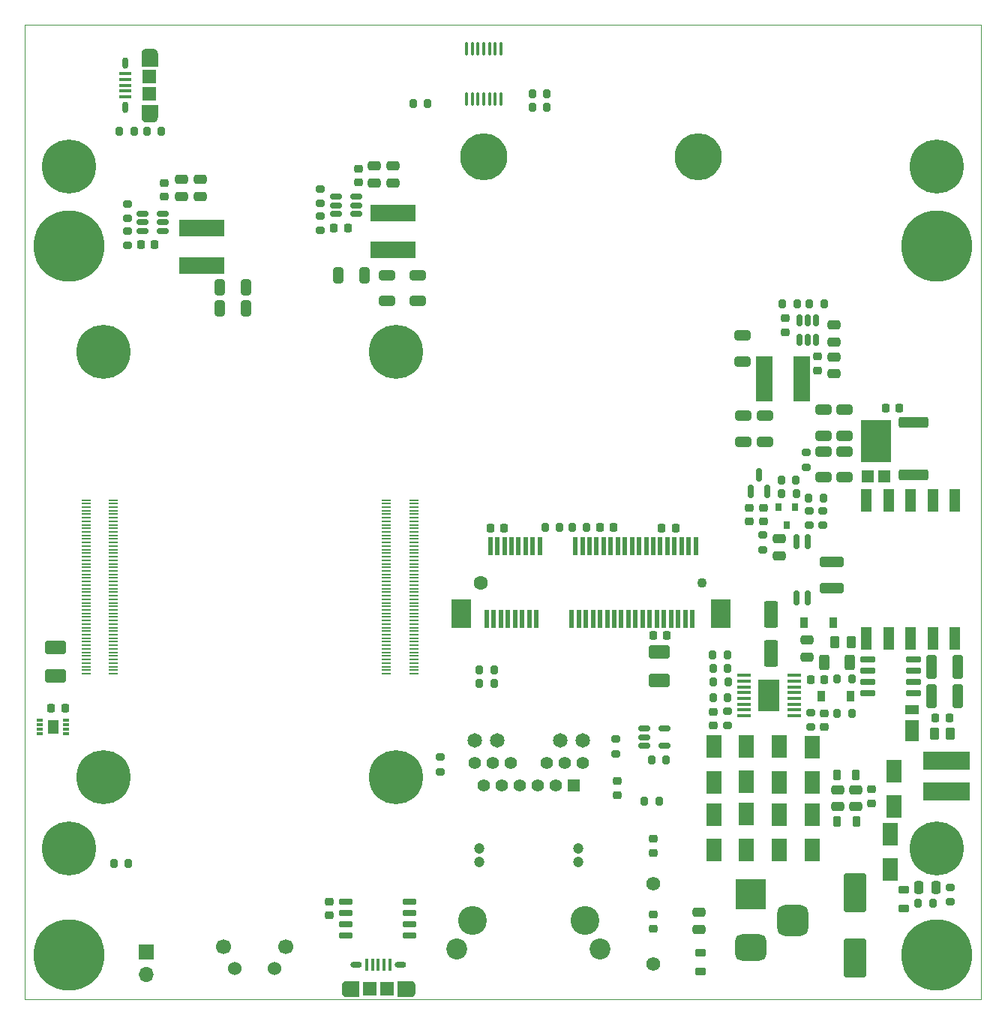
<source format=gbr>
%TF.GenerationSoftware,KiCad,Pcbnew,5.99.0-unknown-b84d1456d5~131~ubuntu20.04.1*%
%TF.CreationDate,2021-09-23T18:16:05-05:00*%
%TF.ProjectId,AP2000,41503230-3030-42e6-9b69-6361645f7063,rev?*%
%TF.SameCoordinates,Original*%
%TF.FileFunction,Soldermask,Top*%
%TF.FilePolarity,Negative*%
%FSLAX46Y46*%
G04 Gerber Fmt 4.6, Leading zero omitted, Abs format (unit mm)*
G04 Created by KiCad (PCBNEW 5.99.0-unknown-b84d1456d5~131~ubuntu20.04.1) date 2021-09-23 18:16:05*
%MOMM*%
%LPD*%
G01*
G04 APERTURE LIST*
G04 Aperture macros list*
%AMRoundRect*
0 Rectangle with rounded corners*
0 $1 Rounding radius*
0 $2 $3 $4 $5 $6 $7 $8 $9 X,Y pos of 4 corners*
0 Add a 4 corners polygon primitive as box body*
4,1,4,$2,$3,$4,$5,$6,$7,$8,$9,$2,$3,0*
0 Add four circle primitives for the rounded corners*
1,1,$1+$1,$2,$3*
1,1,$1+$1,$4,$5*
1,1,$1+$1,$6,$7*
1,1,$1+$1,$8,$9*
0 Add four rect primitives between the rounded corners*
20,1,$1+$1,$2,$3,$4,$5,0*
20,1,$1+$1,$4,$5,$6,$7,0*
20,1,$1+$1,$6,$7,$8,$9,0*
20,1,$1+$1,$8,$9,$2,$3,0*%
G04 Aperture macros list end*
%TA.AperFunction,Profile*%
%ADD10C,0.100000*%
%TD*%
%ADD11C,0.000100*%
%ADD12RoundRect,0.100000X0.100000X-0.637500X0.100000X0.637500X-0.100000X0.637500X-0.100000X-0.637500X0*%
%ADD13RoundRect,0.150000X0.150000X-0.587500X0.150000X0.587500X-0.150000X0.587500X-0.150000X-0.587500X0*%
%ADD14C,6.100000*%
%ADD15R,3.500000X3.500000*%
%ADD16RoundRect,0.750000X1.000000X-0.750000X1.000000X0.750000X-1.000000X0.750000X-1.000000X-0.750000X0*%
%ADD17RoundRect,0.875000X0.875000X-0.875000X0.875000X0.875000X-0.875000X0.875000X-0.875000X-0.875000X0*%
%ADD18C,1.600000*%
%ADD19C,1.100000*%
%ADD20C,5.300000*%
%ADD21R,0.600000X2.000000*%
%ADD22R,2.300000X3.200000*%
%ADD23RoundRect,0.200000X0.275000X-0.200000X0.275000X0.200000X-0.275000X0.200000X-0.275000X-0.200000X0*%
%ADD24RoundRect,0.225000X-0.250000X0.225000X-0.250000X-0.225000X0.250000X-0.225000X0.250000X0.225000X0*%
%ADD25RoundRect,0.200000X-0.200000X-0.275000X0.200000X-0.275000X0.200000X0.275000X-0.200000X0.275000X0*%
%ADD26C,1.524000*%
%ADD27C,1.700000*%
%ADD28RoundRect,0.200000X0.200000X0.275000X-0.200000X0.275000X-0.200000X-0.275000X0.200000X-0.275000X0*%
%ADD29R,1.800000X2.500000*%
%ADD30RoundRect,0.250000X0.475000X-0.250000X0.475000X0.250000X-0.475000X0.250000X-0.475000X-0.250000X0*%
%ADD31RoundRect,0.250000X0.650000X-0.325000X0.650000X0.325000X-0.650000X0.325000X-0.650000X-0.325000X0*%
%ADD32RoundRect,0.150000X-0.150000X0.662500X-0.150000X-0.662500X0.150000X-0.662500X0.150000X0.662500X0*%
%ADD33C,1.574800*%
%ADD34C,7.400000*%
%ADD35C,8.000000*%
%ADD36R,0.900000X1.200000*%
%ADD37R,5.100000X1.900000*%
%ADD38RoundRect,0.225000X0.250000X-0.225000X0.250000X0.225000X-0.250000X0.225000X-0.250000X-0.225000X0*%
%ADD39RoundRect,0.250000X-0.262500X-0.450000X0.262500X-0.450000X0.262500X0.450000X-0.262500X0.450000X0*%
%ADD40RoundRect,0.150000X0.650000X0.150000X-0.650000X0.150000X-0.650000X-0.150000X0.650000X-0.150000X0*%
%ADD41R,0.800000X0.900000*%
%ADD42R,1.900000X5.100000*%
%ADD43RoundRect,0.250000X-0.250000X-0.475000X0.250000X-0.475000X0.250000X0.475000X-0.250000X0.475000X0*%
%ADD44RoundRect,0.150000X0.512500X0.150000X-0.512500X0.150000X-0.512500X-0.150000X0.512500X-0.150000X0*%
%ADD45RoundRect,0.225000X0.225000X0.250000X-0.225000X0.250000X-0.225000X-0.250000X0.225000X-0.250000X0*%
%ADD46RoundRect,0.225000X-0.225000X-0.250000X0.225000X-0.250000X0.225000X0.250000X-0.225000X0.250000X0*%
%ADD47RoundRect,0.150000X-0.725000X-0.150000X0.725000X-0.150000X0.725000X0.150000X-0.725000X0.150000X0*%
%ADD48RoundRect,0.250000X-0.325000X-0.650000X0.325000X-0.650000X0.325000X0.650000X-0.325000X0.650000X0*%
%ADD49RoundRect,0.218750X-0.218750X-0.381250X0.218750X-0.381250X0.218750X0.381250X-0.218750X0.381250X0*%
%ADD50RoundRect,0.200000X-0.275000X0.200000X-0.275000X-0.200000X0.275000X-0.200000X0.275000X0.200000X0*%
%ADD51RoundRect,0.250000X-0.650000X0.325000X-0.650000X-0.325000X0.650000X-0.325000X0.650000X0.325000X0*%
%ADD52RoundRect,0.250001X-0.924999X0.499999X-0.924999X-0.499999X0.924999X-0.499999X0.924999X0.499999X0*%
%ADD53RoundRect,0.150000X0.150000X-0.512500X0.150000X0.512500X-0.150000X0.512500X-0.150000X-0.512500X0*%
%ADD54R,1.500000X2.400000*%
%ADD55R,1.500000X1.050000*%
%ADD56RoundRect,0.250000X-1.000000X1.950000X-1.000000X-1.950000X1.000000X-1.950000X1.000000X1.950000X0*%
%ADD57R,1.700000X1.700000*%
%ADD58O,1.700000X1.700000*%
%ADD59RoundRect,0.250000X1.100000X-0.325000X1.100000X0.325000X-1.100000X0.325000X-1.100000X-0.325000X0*%
%ADD60RoundRect,0.250000X-1.425000X0.362500X-1.425000X-0.362500X1.425000X-0.362500X1.425000X0.362500X0*%
%ADD61RoundRect,0.250000X-0.475000X0.250000X-0.475000X-0.250000X0.475000X-0.250000X0.475000X0.250000X0*%
%ADD62R,5.300000X2.000000*%
%ADD63RoundRect,0.250000X0.262500X0.450000X-0.262500X0.450000X-0.262500X-0.450000X0.262500X-0.450000X0*%
%ADD64R,1.350000X0.400000*%
%ADD65O,1.550000X0.775000*%
%ADD66O,0.650000X1.300000*%
%ADD67R,1.550000X1.500000*%
%ADD68R,0.400000X1.350000*%
%ADD69R,1.500000X1.550000*%
%ADD70O,1.300000X0.650000*%
%ADD71O,0.775000X1.550000*%
%ADD72R,1.000000X0.220000*%
%ADD73C,3.250000*%
%ADD74R,1.398000X1.398000*%
%ADD75C,1.398000*%
%ADD76C,1.200000*%
%ADD77C,1.650000*%
%ADD78C,2.362500*%
%ADD79RoundRect,0.250000X0.325000X1.100000X-0.325000X1.100000X-0.325000X-1.100000X0.325000X-1.100000X0*%
%ADD80RoundRect,0.250000X0.325000X0.650000X-0.325000X0.650000X-0.325000X-0.650000X0.325000X-0.650000X0*%
%ADD81RoundRect,0.250000X0.550000X-1.250000X0.550000X1.250000X-0.550000X1.250000X-0.550000X-1.250000X0*%
%ADD82R,3.360000X4.860000*%
%ADD83R,1.390000X1.400000*%
%ADD84R,0.750000X0.300000*%
%ADD85R,1.300000X1.500000*%
%ADD86RoundRect,0.218750X-0.381250X0.218750X-0.381250X-0.218750X0.381250X-0.218750X0.381250X0.218750X0*%
%ADD87R,1.270000X2.540000*%
%ADD88RoundRect,0.250000X-0.312500X-0.625000X0.312500X-0.625000X0.312500X0.625000X-0.312500X0.625000X0*%
%ADD89RoundRect,0.150000X-0.512500X-0.150000X0.512500X-0.150000X0.512500X0.150000X-0.512500X0.150000X0*%
%ADD90RoundRect,0.218750X0.381250X-0.218750X0.381250X0.218750X-0.381250X0.218750X-0.381250X-0.218750X0*%
%ADD91R,2.460000X3.550000*%
%ADD92RoundRect,0.100000X-0.687500X-0.100000X0.687500X-0.100000X0.687500X0.100000X-0.687500X0.100000X0*%
%ADD93RoundRect,0.218750X-0.256250X0.218750X-0.256250X-0.218750X0.256250X-0.218750X0.256250X0.218750X0*%
%ADD94RoundRect,0.218750X0.256250X-0.218750X0.256250X0.218750X-0.256250X0.218750X-0.256250X-0.218750X0*%
G04 APERTURE END LIST*
D10*
X108000000Y0D02*
X108000000Y-110000000D01*
X0Y0D02*
X108000000Y0D01*
X0Y-110000000D02*
X108000000Y-110000000D01*
X0Y-110000000D02*
X0Y0D01*
D11*
X14984999Y-3251000D02*
X14984999Y-4651000D01*
X14984999Y-4651000D02*
X13234999Y-4651000D01*
X13234999Y-4651000D02*
X13234999Y-3251000D01*
X13234999Y-3251000D02*
X13235999Y-3225000D01*
X13235999Y-3225000D02*
X13237999Y-3199000D01*
X13237999Y-3199000D02*
X13240999Y-3173000D01*
X13240999Y-3173000D02*
X13245999Y-3147000D01*
X13245999Y-3147000D02*
X13251999Y-3122000D01*
X13251999Y-3122000D02*
X13258999Y-3096000D01*
X13258999Y-3096000D02*
X13267999Y-3072000D01*
X13267999Y-3072000D02*
X13277999Y-3048000D01*
X13277999Y-3048000D02*
X13288999Y-3024000D01*
X13288999Y-3024000D02*
X13301999Y-3001000D01*
X13301999Y-3001000D02*
X13315999Y-2979000D01*
X13315999Y-2979000D02*
X13329999Y-2957000D01*
X13329999Y-2957000D02*
X13345999Y-2936000D01*
X13345999Y-2936000D02*
X13362999Y-2916000D01*
X13362999Y-2916000D02*
X13380999Y-2897000D01*
X13380999Y-2897000D02*
X13399999Y-2879000D01*
X13399999Y-2879000D02*
X13419999Y-2862000D01*
X13419999Y-2862000D02*
X13440999Y-2846000D01*
X13440999Y-2846000D02*
X13462999Y-2832000D01*
X13462999Y-2832000D02*
X13484999Y-2818000D01*
X13484999Y-2818000D02*
X13507999Y-2805000D01*
X13507999Y-2805000D02*
X13531999Y-2794000D01*
X13531999Y-2794000D02*
X13555999Y-2784000D01*
X13555999Y-2784000D02*
X13579999Y-2775000D01*
X13579999Y-2775000D02*
X13605999Y-2768000D01*
X13605999Y-2768000D02*
X13630999Y-2762000D01*
X13630999Y-2762000D02*
X13656999Y-2757000D01*
X13656999Y-2757000D02*
X13682999Y-2754000D01*
X13682999Y-2754000D02*
X13708999Y-2752000D01*
X13708999Y-2752000D02*
X13734999Y-2751000D01*
X13734999Y-2751000D02*
X14484999Y-2751000D01*
X14484999Y-2751000D02*
X14510999Y-2752000D01*
X14510999Y-2752000D02*
X14536999Y-2754000D01*
X14536999Y-2754000D02*
X14562999Y-2757000D01*
X14562999Y-2757000D02*
X14588999Y-2762000D01*
X14588999Y-2762000D02*
X14613999Y-2768000D01*
X14613999Y-2768000D02*
X14639999Y-2775000D01*
X14639999Y-2775000D02*
X14663999Y-2784000D01*
X14663999Y-2784000D02*
X14687999Y-2794000D01*
X14687999Y-2794000D02*
X14711999Y-2805000D01*
X14711999Y-2805000D02*
X14734999Y-2818000D01*
X14734999Y-2818000D02*
X14756999Y-2832000D01*
X14756999Y-2832000D02*
X14778999Y-2846000D01*
X14778999Y-2846000D02*
X14799999Y-2862000D01*
X14799999Y-2862000D02*
X14819999Y-2879000D01*
X14819999Y-2879000D02*
X14838999Y-2897000D01*
X14838999Y-2897000D02*
X14856999Y-2916000D01*
X14856999Y-2916000D02*
X14873999Y-2936000D01*
X14873999Y-2936000D02*
X14889999Y-2957000D01*
X14889999Y-2957000D02*
X14903999Y-2979000D01*
X14903999Y-2979000D02*
X14917999Y-3001000D01*
X14917999Y-3001000D02*
X14930999Y-3024000D01*
X14930999Y-3024000D02*
X14941999Y-3048000D01*
X14941999Y-3048000D02*
X14951999Y-3072000D01*
X14951999Y-3072000D02*
X14960999Y-3096000D01*
X14960999Y-3096000D02*
X14967999Y-3122000D01*
X14967999Y-3122000D02*
X14973999Y-3147000D01*
X14973999Y-3147000D02*
X14978999Y-3173000D01*
X14978999Y-3173000D02*
X14981999Y-3199000D01*
X14981999Y-3199000D02*
X14983999Y-3225000D01*
X14983999Y-3225000D02*
X14984999Y-3251000D01*
X14984999Y-3251000D02*
X14984999Y-3251000D01*
G36*
X14510999Y-2752000D02*
G01*
X14536999Y-2754000D01*
X14562999Y-2757000D01*
X14588999Y-2762000D01*
X14613999Y-2768000D01*
X14639999Y-2775000D01*
X14663999Y-2784000D01*
X14687999Y-2794000D01*
X14711999Y-2805000D01*
X14734999Y-2818000D01*
X14778999Y-2846000D01*
X14799999Y-2862000D01*
X14819999Y-2879000D01*
X14838999Y-2897000D01*
X14856999Y-2916000D01*
X14873999Y-2936000D01*
X14889999Y-2957000D01*
X14917999Y-3001000D01*
X14930999Y-3024000D01*
X14941999Y-3048000D01*
X14951999Y-3072000D01*
X14960999Y-3096000D01*
X14967999Y-3122000D01*
X14973999Y-3147000D01*
X14978999Y-3173000D01*
X14981999Y-3199000D01*
X14983999Y-3225000D01*
X14984999Y-3251000D01*
X14984999Y-4651000D01*
X13234999Y-4651000D01*
X13234999Y-3251000D01*
X13235999Y-3225000D01*
X13237999Y-3199000D01*
X13240999Y-3173000D01*
X13245999Y-3147000D01*
X13251999Y-3122000D01*
X13258999Y-3096000D01*
X13267999Y-3072000D01*
X13277999Y-3048000D01*
X13288999Y-3024000D01*
X13301999Y-3001000D01*
X13329999Y-2957000D01*
X13345999Y-2936000D01*
X13362999Y-2916000D01*
X13380999Y-2897000D01*
X13399999Y-2879000D01*
X13419999Y-2862000D01*
X13440999Y-2846000D01*
X13484999Y-2818000D01*
X13507999Y-2805000D01*
X13531999Y-2794000D01*
X13555999Y-2784000D01*
X13579999Y-2775000D01*
X13605999Y-2768000D01*
X13630999Y-2762000D01*
X13656999Y-2757000D01*
X13682999Y-2754000D01*
X13708999Y-2752000D01*
X13734999Y-2751000D01*
X14484999Y-2751000D01*
X14510999Y-2752000D01*
G37*
X14510999Y-2752000D02*
X14536999Y-2754000D01*
X14562999Y-2757000D01*
X14588999Y-2762000D01*
X14613999Y-2768000D01*
X14639999Y-2775000D01*
X14663999Y-2784000D01*
X14687999Y-2794000D01*
X14711999Y-2805000D01*
X14734999Y-2818000D01*
X14778999Y-2846000D01*
X14799999Y-2862000D01*
X14819999Y-2879000D01*
X14838999Y-2897000D01*
X14856999Y-2916000D01*
X14873999Y-2936000D01*
X14889999Y-2957000D01*
X14917999Y-3001000D01*
X14930999Y-3024000D01*
X14941999Y-3048000D01*
X14951999Y-3072000D01*
X14960999Y-3096000D01*
X14967999Y-3122000D01*
X14973999Y-3147000D01*
X14978999Y-3173000D01*
X14981999Y-3199000D01*
X14983999Y-3225000D01*
X14984999Y-3251000D01*
X14984999Y-4651000D01*
X13234999Y-4651000D01*
X13234999Y-3251000D01*
X13235999Y-3225000D01*
X13237999Y-3199000D01*
X13240999Y-3173000D01*
X13245999Y-3147000D01*
X13251999Y-3122000D01*
X13258999Y-3096000D01*
X13267999Y-3072000D01*
X13277999Y-3048000D01*
X13288999Y-3024000D01*
X13301999Y-3001000D01*
X13329999Y-2957000D01*
X13345999Y-2936000D01*
X13362999Y-2916000D01*
X13380999Y-2897000D01*
X13399999Y-2879000D01*
X13419999Y-2862000D01*
X13440999Y-2846000D01*
X13484999Y-2818000D01*
X13507999Y-2805000D01*
X13531999Y-2794000D01*
X13555999Y-2784000D01*
X13579999Y-2775000D01*
X13605999Y-2768000D01*
X13630999Y-2762000D01*
X13656999Y-2757000D01*
X13682999Y-2754000D01*
X13708999Y-2752000D01*
X13734999Y-2751000D01*
X14484999Y-2751000D01*
X14510999Y-2752000D01*
X13234999Y-10451000D02*
X13234999Y-9051000D01*
X13234999Y-9051000D02*
X14984999Y-9051000D01*
X14984999Y-9051000D02*
X14984999Y-10451000D01*
X14984999Y-10451000D02*
X14983999Y-10477000D01*
X14983999Y-10477000D02*
X14981999Y-10503000D01*
X14981999Y-10503000D02*
X14978999Y-10529000D01*
X14978999Y-10529000D02*
X14973999Y-10555000D01*
X14973999Y-10555000D02*
X14967999Y-10580000D01*
X14967999Y-10580000D02*
X14960999Y-10606000D01*
X14960999Y-10606000D02*
X14951999Y-10630000D01*
X14951999Y-10630000D02*
X14941999Y-10654000D01*
X14941999Y-10654000D02*
X14930999Y-10678000D01*
X14930999Y-10678000D02*
X14917999Y-10701000D01*
X14917999Y-10701000D02*
X14903999Y-10723000D01*
X14903999Y-10723000D02*
X14889999Y-10745000D01*
X14889999Y-10745000D02*
X14873999Y-10766000D01*
X14873999Y-10766000D02*
X14856999Y-10786000D01*
X14856999Y-10786000D02*
X14838999Y-10805000D01*
X14838999Y-10805000D02*
X14819999Y-10823000D01*
X14819999Y-10823000D02*
X14799999Y-10840000D01*
X14799999Y-10840000D02*
X14778999Y-10856000D01*
X14778999Y-10856000D02*
X14756999Y-10870000D01*
X14756999Y-10870000D02*
X14734999Y-10884000D01*
X14734999Y-10884000D02*
X14711999Y-10897000D01*
X14711999Y-10897000D02*
X14687999Y-10908000D01*
X14687999Y-10908000D02*
X14663999Y-10918000D01*
X14663999Y-10918000D02*
X14639999Y-10927000D01*
X14639999Y-10927000D02*
X14613999Y-10934000D01*
X14613999Y-10934000D02*
X14588999Y-10940000D01*
X14588999Y-10940000D02*
X14562999Y-10945000D01*
X14562999Y-10945000D02*
X14536999Y-10948000D01*
X14536999Y-10948000D02*
X14510999Y-10950000D01*
X14510999Y-10950000D02*
X14484999Y-10951000D01*
X14484999Y-10951000D02*
X13734999Y-10951000D01*
X13734999Y-10951000D02*
X13708999Y-10950000D01*
X13708999Y-10950000D02*
X13682999Y-10948000D01*
X13682999Y-10948000D02*
X13656999Y-10945000D01*
X13656999Y-10945000D02*
X13630999Y-10940000D01*
X13630999Y-10940000D02*
X13605999Y-10934000D01*
X13605999Y-10934000D02*
X13579999Y-10927000D01*
X13579999Y-10927000D02*
X13555999Y-10918000D01*
X13555999Y-10918000D02*
X13531999Y-10908000D01*
X13531999Y-10908000D02*
X13507999Y-10897000D01*
X13507999Y-10897000D02*
X13484999Y-10884000D01*
X13484999Y-10884000D02*
X13462999Y-10870000D01*
X13462999Y-10870000D02*
X13440999Y-10856000D01*
X13440999Y-10856000D02*
X13419999Y-10840000D01*
X13419999Y-10840000D02*
X13399999Y-10823000D01*
X13399999Y-10823000D02*
X13380999Y-10805000D01*
X13380999Y-10805000D02*
X13362999Y-10786000D01*
X13362999Y-10786000D02*
X13345999Y-10766000D01*
X13345999Y-10766000D02*
X13329999Y-10745000D01*
X13329999Y-10745000D02*
X13315999Y-10723000D01*
X13315999Y-10723000D02*
X13301999Y-10701000D01*
X13301999Y-10701000D02*
X13288999Y-10678000D01*
X13288999Y-10678000D02*
X13277999Y-10654000D01*
X13277999Y-10654000D02*
X13267999Y-10630000D01*
X13267999Y-10630000D02*
X13258999Y-10606000D01*
X13258999Y-10606000D02*
X13251999Y-10580000D01*
X13251999Y-10580000D02*
X13245999Y-10555000D01*
X13245999Y-10555000D02*
X13240999Y-10529000D01*
X13240999Y-10529000D02*
X13237999Y-10503000D01*
X13237999Y-10503000D02*
X13235999Y-10477000D01*
X13235999Y-10477000D02*
X13234999Y-10451000D01*
X13234999Y-10451000D02*
X13234999Y-10451000D01*
G36*
X14984999Y-10451000D02*
G01*
X14983999Y-10477000D01*
X14981999Y-10503000D01*
X14978999Y-10529000D01*
X14973999Y-10555000D01*
X14967999Y-10580000D01*
X14960999Y-10606000D01*
X14951999Y-10630000D01*
X14941999Y-10654000D01*
X14930999Y-10678000D01*
X14917999Y-10701000D01*
X14889999Y-10745000D01*
X14873999Y-10766000D01*
X14856999Y-10786000D01*
X14838999Y-10805000D01*
X14819999Y-10823000D01*
X14799999Y-10840000D01*
X14778999Y-10856000D01*
X14734999Y-10884000D01*
X14711999Y-10897000D01*
X14687999Y-10908000D01*
X14663999Y-10918000D01*
X14639999Y-10927000D01*
X14613999Y-10934000D01*
X14588999Y-10940000D01*
X14562999Y-10945000D01*
X14536999Y-10948000D01*
X14510999Y-10950000D01*
X14484999Y-10951000D01*
X13734999Y-10951000D01*
X13708999Y-10950000D01*
X13682999Y-10948000D01*
X13656999Y-10945000D01*
X13630999Y-10940000D01*
X13605999Y-10934000D01*
X13579999Y-10927000D01*
X13555999Y-10918000D01*
X13531999Y-10908000D01*
X13507999Y-10897000D01*
X13484999Y-10884000D01*
X13440999Y-10856000D01*
X13419999Y-10840000D01*
X13399999Y-10823000D01*
X13380999Y-10805000D01*
X13362999Y-10786000D01*
X13345999Y-10766000D01*
X13329999Y-10745000D01*
X13301999Y-10701000D01*
X13288999Y-10678000D01*
X13277999Y-10654000D01*
X13267999Y-10630000D01*
X13258999Y-10606000D01*
X13251999Y-10580000D01*
X13245999Y-10555000D01*
X13240999Y-10529000D01*
X13237999Y-10503000D01*
X13235999Y-10477000D01*
X13234999Y-10451000D01*
X13234999Y-9051000D01*
X14984999Y-9051000D01*
X14984999Y-10451000D01*
G37*
X14984999Y-10451000D02*
X14983999Y-10477000D01*
X14981999Y-10503000D01*
X14978999Y-10529000D01*
X14973999Y-10555000D01*
X14967999Y-10580000D01*
X14960999Y-10606000D01*
X14951999Y-10630000D01*
X14941999Y-10654000D01*
X14930999Y-10678000D01*
X14917999Y-10701000D01*
X14889999Y-10745000D01*
X14873999Y-10766000D01*
X14856999Y-10786000D01*
X14838999Y-10805000D01*
X14819999Y-10823000D01*
X14799999Y-10840000D01*
X14778999Y-10856000D01*
X14734999Y-10884000D01*
X14711999Y-10897000D01*
X14687999Y-10908000D01*
X14663999Y-10918000D01*
X14639999Y-10927000D01*
X14613999Y-10934000D01*
X14588999Y-10940000D01*
X14562999Y-10945000D01*
X14536999Y-10948000D01*
X14510999Y-10950000D01*
X14484999Y-10951000D01*
X13734999Y-10951000D01*
X13708999Y-10950000D01*
X13682999Y-10948000D01*
X13656999Y-10945000D01*
X13630999Y-10940000D01*
X13605999Y-10934000D01*
X13579999Y-10927000D01*
X13555999Y-10918000D01*
X13531999Y-10908000D01*
X13507999Y-10897000D01*
X13484999Y-10884000D01*
X13440999Y-10856000D01*
X13419999Y-10840000D01*
X13399999Y-10823000D01*
X13380999Y-10805000D01*
X13362999Y-10786000D01*
X13345999Y-10766000D01*
X13329999Y-10745000D01*
X13301999Y-10701000D01*
X13288999Y-10678000D01*
X13277999Y-10654000D01*
X13267999Y-10630000D01*
X13258999Y-10606000D01*
X13251999Y-10580000D01*
X13245999Y-10555000D01*
X13240999Y-10529000D01*
X13237999Y-10503000D01*
X13235999Y-10477000D01*
X13234999Y-10451000D01*
X13234999Y-9051000D01*
X14984999Y-9051000D01*
X14984999Y-10451000D01*
X36348002Y-107951503D02*
X37748002Y-107951503D01*
X37748002Y-107951503D02*
X37748002Y-109701503D01*
X37748002Y-109701503D02*
X36348002Y-109701503D01*
X36348002Y-109701503D02*
X36322002Y-109700503D01*
X36322002Y-109700503D02*
X36296002Y-109698503D01*
X36296002Y-109698503D02*
X36270002Y-109695503D01*
X36270002Y-109695503D02*
X36244002Y-109690503D01*
X36244002Y-109690503D02*
X36219002Y-109684503D01*
X36219002Y-109684503D02*
X36193002Y-109677503D01*
X36193002Y-109677503D02*
X36169002Y-109668503D01*
X36169002Y-109668503D02*
X36145002Y-109658503D01*
X36145002Y-109658503D02*
X36121002Y-109647503D01*
X36121002Y-109647503D02*
X36098002Y-109634503D01*
X36098002Y-109634503D02*
X36076002Y-109620503D01*
X36076002Y-109620503D02*
X36054002Y-109606503D01*
X36054002Y-109606503D02*
X36033002Y-109590503D01*
X36033002Y-109590503D02*
X36013002Y-109573503D01*
X36013002Y-109573503D02*
X35994002Y-109555503D01*
X35994002Y-109555503D02*
X35976002Y-109536503D01*
X35976002Y-109536503D02*
X35959002Y-109516503D01*
X35959002Y-109516503D02*
X35943002Y-109495503D01*
X35943002Y-109495503D02*
X35929002Y-109473503D01*
X35929002Y-109473503D02*
X35915002Y-109451503D01*
X35915002Y-109451503D02*
X35902002Y-109428503D01*
X35902002Y-109428503D02*
X35891002Y-109404503D01*
X35891002Y-109404503D02*
X35881002Y-109380503D01*
X35881002Y-109380503D02*
X35872002Y-109356503D01*
X35872002Y-109356503D02*
X35865002Y-109330503D01*
X35865002Y-109330503D02*
X35859002Y-109305503D01*
X35859002Y-109305503D02*
X35854002Y-109279503D01*
X35854002Y-109279503D02*
X35851002Y-109253503D01*
X35851002Y-109253503D02*
X35849002Y-109227503D01*
X35849002Y-109227503D02*
X35848002Y-109201503D01*
X35848002Y-109201503D02*
X35848002Y-108451503D01*
X35848002Y-108451503D02*
X35849002Y-108425503D01*
X35849002Y-108425503D02*
X35851002Y-108399503D01*
X35851002Y-108399503D02*
X35854002Y-108373503D01*
X35854002Y-108373503D02*
X35859002Y-108347503D01*
X35859002Y-108347503D02*
X35865002Y-108322503D01*
X35865002Y-108322503D02*
X35872002Y-108296503D01*
X35872002Y-108296503D02*
X35881002Y-108272503D01*
X35881002Y-108272503D02*
X35891002Y-108248503D01*
X35891002Y-108248503D02*
X35902002Y-108224503D01*
X35902002Y-108224503D02*
X35915002Y-108201503D01*
X35915002Y-108201503D02*
X35929002Y-108179503D01*
X35929002Y-108179503D02*
X35943002Y-108157503D01*
X35943002Y-108157503D02*
X35959002Y-108136503D01*
X35959002Y-108136503D02*
X35976002Y-108116503D01*
X35976002Y-108116503D02*
X35994002Y-108097503D01*
X35994002Y-108097503D02*
X36013002Y-108079503D01*
X36013002Y-108079503D02*
X36033002Y-108062503D01*
X36033002Y-108062503D02*
X36054002Y-108046503D01*
X36054002Y-108046503D02*
X36076002Y-108032503D01*
X36076002Y-108032503D02*
X36098002Y-108018503D01*
X36098002Y-108018503D02*
X36121002Y-108005503D01*
X36121002Y-108005503D02*
X36145002Y-107994503D01*
X36145002Y-107994503D02*
X36169002Y-107984503D01*
X36169002Y-107984503D02*
X36193002Y-107975503D01*
X36193002Y-107975503D02*
X36219002Y-107968503D01*
X36219002Y-107968503D02*
X36244002Y-107962503D01*
X36244002Y-107962503D02*
X36270002Y-107957503D01*
X36270002Y-107957503D02*
X36296002Y-107954503D01*
X36296002Y-107954503D02*
X36322002Y-107952503D01*
X36322002Y-107952503D02*
X36348002Y-107951503D01*
X36348002Y-107951503D02*
X36348002Y-107951503D01*
G36*
X37748002Y-109701503D02*
G01*
X36348002Y-109701503D01*
X36322002Y-109700503D01*
X36296002Y-109698503D01*
X36270002Y-109695503D01*
X36244002Y-109690503D01*
X36219002Y-109684503D01*
X36193002Y-109677503D01*
X36169002Y-109668503D01*
X36145002Y-109658503D01*
X36121002Y-109647503D01*
X36098002Y-109634503D01*
X36054002Y-109606503D01*
X36033002Y-109590503D01*
X36013002Y-109573503D01*
X35994002Y-109555503D01*
X35976002Y-109536503D01*
X35959002Y-109516503D01*
X35943002Y-109495503D01*
X35915002Y-109451503D01*
X35902002Y-109428503D01*
X35891002Y-109404503D01*
X35881002Y-109380503D01*
X35872002Y-109356503D01*
X35865002Y-109330503D01*
X35859002Y-109305503D01*
X35854002Y-109279503D01*
X35851002Y-109253503D01*
X35849002Y-109227503D01*
X35848002Y-109201503D01*
X35848002Y-108451503D01*
X35849002Y-108425503D01*
X35851002Y-108399503D01*
X35854002Y-108373503D01*
X35859002Y-108347503D01*
X35865002Y-108322503D01*
X35872002Y-108296503D01*
X35881002Y-108272503D01*
X35891002Y-108248503D01*
X35902002Y-108224503D01*
X35915002Y-108201503D01*
X35943002Y-108157503D01*
X35959002Y-108136503D01*
X35976002Y-108116503D01*
X35994002Y-108097503D01*
X36013002Y-108079503D01*
X36033002Y-108062503D01*
X36054002Y-108046503D01*
X36098002Y-108018503D01*
X36121002Y-108005503D01*
X36145002Y-107994503D01*
X36169002Y-107984503D01*
X36193002Y-107975503D01*
X36219002Y-107968503D01*
X36244002Y-107962503D01*
X36270002Y-107957503D01*
X36296002Y-107954503D01*
X36322002Y-107952503D01*
X36348002Y-107951503D01*
X37748002Y-107951503D01*
X37748002Y-109701503D01*
G37*
X37748002Y-109701503D02*
X36348002Y-109701503D01*
X36322002Y-109700503D01*
X36296002Y-109698503D01*
X36270002Y-109695503D01*
X36244002Y-109690503D01*
X36219002Y-109684503D01*
X36193002Y-109677503D01*
X36169002Y-109668503D01*
X36145002Y-109658503D01*
X36121002Y-109647503D01*
X36098002Y-109634503D01*
X36054002Y-109606503D01*
X36033002Y-109590503D01*
X36013002Y-109573503D01*
X35994002Y-109555503D01*
X35976002Y-109536503D01*
X35959002Y-109516503D01*
X35943002Y-109495503D01*
X35915002Y-109451503D01*
X35902002Y-109428503D01*
X35891002Y-109404503D01*
X35881002Y-109380503D01*
X35872002Y-109356503D01*
X35865002Y-109330503D01*
X35859002Y-109305503D01*
X35854002Y-109279503D01*
X35851002Y-109253503D01*
X35849002Y-109227503D01*
X35848002Y-109201503D01*
X35848002Y-108451503D01*
X35849002Y-108425503D01*
X35851002Y-108399503D01*
X35854002Y-108373503D01*
X35859002Y-108347503D01*
X35865002Y-108322503D01*
X35872002Y-108296503D01*
X35881002Y-108272503D01*
X35891002Y-108248503D01*
X35902002Y-108224503D01*
X35915002Y-108201503D01*
X35943002Y-108157503D01*
X35959002Y-108136503D01*
X35976002Y-108116503D01*
X35994002Y-108097503D01*
X36013002Y-108079503D01*
X36033002Y-108062503D01*
X36054002Y-108046503D01*
X36098002Y-108018503D01*
X36121002Y-108005503D01*
X36145002Y-107994503D01*
X36169002Y-107984503D01*
X36193002Y-107975503D01*
X36219002Y-107968503D01*
X36244002Y-107962503D01*
X36270002Y-107957503D01*
X36296002Y-107954503D01*
X36322002Y-107952503D01*
X36348002Y-107951503D01*
X37748002Y-107951503D01*
X37748002Y-109701503D01*
X43548002Y-109701503D02*
X42148002Y-109701503D01*
X42148002Y-109701503D02*
X42148002Y-107951503D01*
X42148002Y-107951503D02*
X43548002Y-107951503D01*
X43548002Y-107951503D02*
X43574002Y-107952503D01*
X43574002Y-107952503D02*
X43600002Y-107954503D01*
X43600002Y-107954503D02*
X43626002Y-107957503D01*
X43626002Y-107957503D02*
X43652002Y-107962503D01*
X43652002Y-107962503D02*
X43677002Y-107968503D01*
X43677002Y-107968503D02*
X43703002Y-107975503D01*
X43703002Y-107975503D02*
X43727002Y-107984503D01*
X43727002Y-107984503D02*
X43751002Y-107994503D01*
X43751002Y-107994503D02*
X43775002Y-108005503D01*
X43775002Y-108005503D02*
X43798002Y-108018503D01*
X43798002Y-108018503D02*
X43820002Y-108032503D01*
X43820002Y-108032503D02*
X43842002Y-108046503D01*
X43842002Y-108046503D02*
X43863002Y-108062503D01*
X43863002Y-108062503D02*
X43883002Y-108079503D01*
X43883002Y-108079503D02*
X43902002Y-108097503D01*
X43902002Y-108097503D02*
X43920002Y-108116503D01*
X43920002Y-108116503D02*
X43937002Y-108136503D01*
X43937002Y-108136503D02*
X43953002Y-108157503D01*
X43953002Y-108157503D02*
X43967002Y-108179503D01*
X43967002Y-108179503D02*
X43981002Y-108201503D01*
X43981002Y-108201503D02*
X43994002Y-108224503D01*
X43994002Y-108224503D02*
X44005002Y-108248503D01*
X44005002Y-108248503D02*
X44015002Y-108272503D01*
X44015002Y-108272503D02*
X44024002Y-108296503D01*
X44024002Y-108296503D02*
X44031002Y-108322503D01*
X44031002Y-108322503D02*
X44037002Y-108347503D01*
X44037002Y-108347503D02*
X44042002Y-108373503D01*
X44042002Y-108373503D02*
X44045002Y-108399503D01*
X44045002Y-108399503D02*
X44047002Y-108425503D01*
X44047002Y-108425503D02*
X44048002Y-108451503D01*
X44048002Y-108451503D02*
X44048002Y-109201503D01*
X44048002Y-109201503D02*
X44047002Y-109227503D01*
X44047002Y-109227503D02*
X44045002Y-109253503D01*
X44045002Y-109253503D02*
X44042002Y-109279503D01*
X44042002Y-109279503D02*
X44037002Y-109305503D01*
X44037002Y-109305503D02*
X44031002Y-109330503D01*
X44031002Y-109330503D02*
X44024002Y-109356503D01*
X44024002Y-109356503D02*
X44015002Y-109380503D01*
X44015002Y-109380503D02*
X44005002Y-109404503D01*
X44005002Y-109404503D02*
X43994002Y-109428503D01*
X43994002Y-109428503D02*
X43981002Y-109451503D01*
X43981002Y-109451503D02*
X43967002Y-109473503D01*
X43967002Y-109473503D02*
X43953002Y-109495503D01*
X43953002Y-109495503D02*
X43937002Y-109516503D01*
X43937002Y-109516503D02*
X43920002Y-109536503D01*
X43920002Y-109536503D02*
X43902002Y-109555503D01*
X43902002Y-109555503D02*
X43883002Y-109573503D01*
X43883002Y-109573503D02*
X43863002Y-109590503D01*
X43863002Y-109590503D02*
X43842002Y-109606503D01*
X43842002Y-109606503D02*
X43820002Y-109620503D01*
X43820002Y-109620503D02*
X43798002Y-109634503D01*
X43798002Y-109634503D02*
X43775002Y-109647503D01*
X43775002Y-109647503D02*
X43751002Y-109658503D01*
X43751002Y-109658503D02*
X43727002Y-109668503D01*
X43727002Y-109668503D02*
X43703002Y-109677503D01*
X43703002Y-109677503D02*
X43677002Y-109684503D01*
X43677002Y-109684503D02*
X43652002Y-109690503D01*
X43652002Y-109690503D02*
X43626002Y-109695503D01*
X43626002Y-109695503D02*
X43600002Y-109698503D01*
X43600002Y-109698503D02*
X43574002Y-109700503D01*
X43574002Y-109700503D02*
X43548002Y-109701503D01*
X43548002Y-109701503D02*
X43548002Y-109701503D01*
G36*
X43574002Y-107952503D02*
G01*
X43600002Y-107954503D01*
X43626002Y-107957503D01*
X43652002Y-107962503D01*
X43677002Y-107968503D01*
X43703002Y-107975503D01*
X43727002Y-107984503D01*
X43751002Y-107994503D01*
X43775002Y-108005503D01*
X43798002Y-108018503D01*
X43842002Y-108046503D01*
X43863002Y-108062503D01*
X43883002Y-108079503D01*
X43902002Y-108097503D01*
X43920002Y-108116503D01*
X43937002Y-108136503D01*
X43953002Y-108157503D01*
X43981002Y-108201503D01*
X43994002Y-108224503D01*
X44005002Y-108248503D01*
X44015002Y-108272503D01*
X44024002Y-108296503D01*
X44031002Y-108322503D01*
X44037002Y-108347503D01*
X44042002Y-108373503D01*
X44045002Y-108399503D01*
X44047002Y-108425503D01*
X44048002Y-108451503D01*
X44048002Y-109201503D01*
X44047002Y-109227503D01*
X44045002Y-109253503D01*
X44042002Y-109279503D01*
X44037002Y-109305503D01*
X44031002Y-109330503D01*
X44024002Y-109356503D01*
X44015002Y-109380503D01*
X44005002Y-109404503D01*
X43994002Y-109428503D01*
X43981002Y-109451503D01*
X43953002Y-109495503D01*
X43937002Y-109516503D01*
X43920002Y-109536503D01*
X43902002Y-109555503D01*
X43883002Y-109573503D01*
X43863002Y-109590503D01*
X43842002Y-109606503D01*
X43798002Y-109634503D01*
X43775002Y-109647503D01*
X43751002Y-109658503D01*
X43727002Y-109668503D01*
X43703002Y-109677503D01*
X43677002Y-109684503D01*
X43652002Y-109690503D01*
X43626002Y-109695503D01*
X43600002Y-109698503D01*
X43574002Y-109700503D01*
X43548002Y-109701503D01*
X42148002Y-109701503D01*
X42148002Y-107951503D01*
X43548002Y-107951503D01*
X43574002Y-107952503D01*
G37*
X43574002Y-107952503D02*
X43600002Y-107954503D01*
X43626002Y-107957503D01*
X43652002Y-107962503D01*
X43677002Y-107968503D01*
X43703002Y-107975503D01*
X43727002Y-107984503D01*
X43751002Y-107994503D01*
X43775002Y-108005503D01*
X43798002Y-108018503D01*
X43842002Y-108046503D01*
X43863002Y-108062503D01*
X43883002Y-108079503D01*
X43902002Y-108097503D01*
X43920002Y-108116503D01*
X43937002Y-108136503D01*
X43953002Y-108157503D01*
X43981002Y-108201503D01*
X43994002Y-108224503D01*
X44005002Y-108248503D01*
X44015002Y-108272503D01*
X44024002Y-108296503D01*
X44031002Y-108322503D01*
X44037002Y-108347503D01*
X44042002Y-108373503D01*
X44045002Y-108399503D01*
X44047002Y-108425503D01*
X44048002Y-108451503D01*
X44048002Y-109201503D01*
X44047002Y-109227503D01*
X44045002Y-109253503D01*
X44042002Y-109279503D01*
X44037002Y-109305503D01*
X44031002Y-109330503D01*
X44024002Y-109356503D01*
X44015002Y-109380503D01*
X44005002Y-109404503D01*
X43994002Y-109428503D01*
X43981002Y-109451503D01*
X43953002Y-109495503D01*
X43937002Y-109516503D01*
X43920002Y-109536503D01*
X43902002Y-109555503D01*
X43883002Y-109573503D01*
X43863002Y-109590503D01*
X43842002Y-109606503D01*
X43798002Y-109634503D01*
X43775002Y-109647503D01*
X43751002Y-109658503D01*
X43727002Y-109668503D01*
X43703002Y-109677503D01*
X43677002Y-109684503D01*
X43652002Y-109690503D01*
X43626002Y-109695503D01*
X43600002Y-109698503D01*
X43574002Y-109700503D01*
X43548002Y-109701503D01*
X42148002Y-109701503D01*
X42148002Y-107951503D01*
X43548002Y-107951503D01*
X43574002Y-107952503D01*
D12*
X49903000Y-8419500D03*
X50553000Y-8419500D03*
X51203000Y-8419500D03*
X51853000Y-8419500D03*
X52503000Y-8419500D03*
X53153000Y-8419500D03*
X53803000Y-8419500D03*
X53803000Y-2694500D03*
X53153000Y-2694500D03*
X52503000Y-2694500D03*
X51853000Y-2694500D03*
X51203000Y-2694500D03*
X50553000Y-2694500D03*
X49903000Y-2694500D03*
D13*
X82940000Y-50835000D03*
X83890000Y-52710000D03*
X81990000Y-52710000D03*
D14*
X103000000Y-16000000D03*
D15*
X82000000Y-98130000D03*
D16*
X82000000Y-104130000D03*
D17*
X86700000Y-101130000D03*
D18*
X51491000Y-62987000D03*
D19*
X76491000Y-62987000D03*
D20*
X76091000Y-14937000D03*
X51891000Y-14937000D03*
D21*
X52191000Y-67087000D03*
X52591000Y-58887000D03*
X52991000Y-67087000D03*
X53391000Y-58887000D03*
X53791000Y-67087000D03*
X54191000Y-58887000D03*
X54591000Y-67087000D03*
X54991000Y-58887000D03*
X55391000Y-67087000D03*
X55791000Y-58887000D03*
X56191000Y-67087000D03*
X56591000Y-58887000D03*
X56991000Y-67087000D03*
X57391000Y-58887000D03*
X57791000Y-67087000D03*
X58191000Y-58887000D03*
X61791000Y-67087000D03*
X62191000Y-58887000D03*
X62591000Y-67087000D03*
X62991000Y-58887000D03*
X63391000Y-67087000D03*
X63791000Y-58887000D03*
X64191000Y-67087000D03*
X64591000Y-58887000D03*
X64991000Y-67087000D03*
X65391000Y-58887000D03*
X65791000Y-67087000D03*
X66191000Y-58887000D03*
X66591000Y-67087000D03*
X66991000Y-58887000D03*
X67391000Y-67087000D03*
X67791000Y-58887000D03*
X68191000Y-67087000D03*
X68591000Y-58887000D03*
X68991000Y-67087000D03*
X69391000Y-58887000D03*
X69791000Y-67087000D03*
X70191000Y-58887000D03*
X70591000Y-67087000D03*
X70991000Y-58887000D03*
X71391000Y-67087000D03*
X71791000Y-58887000D03*
X72191000Y-67087000D03*
X72591000Y-58887000D03*
X72991000Y-67087000D03*
X73391000Y-58887000D03*
X73791000Y-67087000D03*
X74191000Y-58887000D03*
X74591000Y-67087000D03*
X74991000Y-58887000D03*
X75391000Y-67087000D03*
X75791000Y-58887000D03*
D22*
X78641000Y-66487000D03*
X49341000Y-66487000D03*
D23*
X104490000Y-99035000D03*
X104490000Y-97385000D03*
X11639300Y-24926000D03*
X11639300Y-23276000D03*
D14*
X5000000Y-93000000D03*
D24*
X90310000Y-77716000D03*
X90310000Y-79266000D03*
D25*
X13803000Y-12091000D03*
X15453000Y-12091000D03*
D26*
X23750000Y-106550000D03*
X28250000Y-106550000D03*
D27*
X22500000Y-104050000D03*
X29500000Y-104050000D03*
D23*
X11639300Y-21878000D03*
X11639300Y-20228000D03*
D28*
X79371000Y-71107000D03*
X77721000Y-71107000D03*
D29*
X97740000Y-91360000D03*
X97740000Y-95360000D03*
D30*
X91365332Y-35813699D03*
X91365332Y-33913699D03*
D23*
X83334000Y-59286000D03*
X83334000Y-57636000D03*
D31*
X92556407Y-46415487D03*
X92556407Y-43465487D03*
D30*
X17717500Y-19407001D03*
X17717500Y-17507001D03*
D28*
X87117000Y-51399000D03*
X85467000Y-51399000D03*
D32*
X88458600Y-58371200D03*
X87188600Y-58371200D03*
X87188600Y-64746200D03*
X88458600Y-64746200D03*
D25*
X91738000Y-73888000D03*
X93388000Y-73888000D03*
X85471000Y-52942000D03*
X87121000Y-52942000D03*
D33*
X71000000Y-96932200D03*
X71000000Y-106000000D03*
D34*
X103000000Y-25000000D03*
D35*
X103000000Y-25000000D03*
D29*
X81526799Y-85497054D03*
X81526799Y-81497054D03*
D36*
X87996000Y-67487000D03*
X91296000Y-67487000D03*
D37*
X41596199Y-21247003D03*
X41596199Y-25447003D03*
D38*
X85886400Y-34698899D03*
X85886400Y-33148899D03*
D36*
X89992000Y-75784000D03*
X93292000Y-75784000D03*
D29*
X85237397Y-85509854D03*
X85237397Y-81509854D03*
D28*
X45534000Y-8951000D03*
X43884000Y-8951000D03*
D38*
X95615991Y-87875000D03*
X95615991Y-86325000D03*
D14*
X5000000Y-16000000D03*
D39*
X91479000Y-69666000D03*
X93304000Y-69666000D03*
D31*
X81069000Y-38059000D03*
X81069000Y-35109000D03*
D40*
X43482000Y-102783000D03*
X43482000Y-101513000D03*
X43482000Y-100243000D03*
X43482000Y-98973000D03*
X36282000Y-98973000D03*
X36282000Y-100243000D03*
X36282000Y-101513000D03*
X36282000Y-102783000D03*
D41*
X87000000Y-54489600D03*
X85100000Y-54489600D03*
X86050000Y-56489600D03*
D29*
X88945797Y-85529054D03*
X88945797Y-81529054D03*
D25*
X91756000Y-77740000D03*
X93406000Y-77740000D03*
X51382000Y-74353000D03*
X53032000Y-74353000D03*
D42*
X87722400Y-39969099D03*
X83522400Y-39969099D03*
D28*
X71649000Y-87681800D03*
X69999000Y-87681800D03*
D43*
X100990000Y-97410000D03*
X102890000Y-97410000D03*
D44*
X37425099Y-21352600D03*
X37425099Y-20402600D03*
X37425099Y-19452600D03*
X35150099Y-19452600D03*
X35150099Y-20402600D03*
X35150099Y-21352600D03*
D45*
X36491398Y-22942600D03*
X34941398Y-22942600D03*
D38*
X37686999Y-17837000D03*
X37686999Y-16287000D03*
D46*
X64980809Y-56776810D03*
X66530809Y-56776810D03*
D47*
X95221000Y-71689000D03*
X95221000Y-72959000D03*
X95221000Y-74229000D03*
X95221000Y-75499000D03*
X100371000Y-75499000D03*
X100371000Y-74229000D03*
X100371000Y-72959000D03*
X100371000Y-71689000D03*
D48*
X22055000Y-32002000D03*
X25005000Y-32002000D03*
D49*
X91769797Y-89961105D03*
X93894797Y-89961105D03*
D29*
X98209991Y-88255000D03*
X98209991Y-84255000D03*
D50*
X79338000Y-77496000D03*
X79338000Y-79146000D03*
D28*
X63494409Y-56785810D03*
X61844409Y-56785810D03*
D45*
X104408000Y-78258000D03*
X102858000Y-78258000D03*
D29*
X85237397Y-93149054D03*
X85237397Y-89149054D03*
D45*
X98759007Y-43298987D03*
X97209007Y-43298987D03*
D28*
X60448410Y-56795210D03*
X58798410Y-56795210D03*
D45*
X4583000Y-77166000D03*
X3033000Y-77166000D03*
D51*
X44364799Y-28272803D03*
X44364799Y-31222803D03*
D23*
X33366599Y-20211600D03*
X33366599Y-18561600D03*
D28*
X79415000Y-76006000D03*
X77765000Y-76006000D03*
D52*
X71697000Y-70802000D03*
X71697000Y-74052000D03*
D53*
X87476400Y-35620199D03*
X88426400Y-35620199D03*
X89376400Y-35620199D03*
X89376400Y-33345199D03*
X88426400Y-33345199D03*
X87476400Y-33345199D03*
D54*
X100184000Y-79680000D03*
D55*
X100184000Y-77305000D03*
D37*
X20046700Y-22983400D03*
X20046700Y-27183400D03*
D56*
X93740000Y-97960000D03*
X93740000Y-105360000D03*
D25*
X100915000Y-99210000D03*
X102565000Y-99210000D03*
D50*
X66800000Y-80654000D03*
X66800000Y-82304000D03*
D30*
X91800895Y-88270905D03*
X91800895Y-86370905D03*
D57*
X13740000Y-104710000D03*
D58*
X13740000Y-107250000D03*
D49*
X91713797Y-84681105D03*
X93838797Y-84681105D03*
D45*
X90317000Y-73902000D03*
X88767000Y-73902000D03*
D59*
X91102000Y-63633000D03*
X91102000Y-60683000D03*
D60*
X100384007Y-44936487D03*
X100384007Y-50861487D03*
D23*
X33366599Y-23259600D03*
X33366599Y-21609600D03*
D30*
X93837895Y-88264905D03*
X93837895Y-86364905D03*
D23*
X88254000Y-49958000D03*
X88254000Y-48308000D03*
D38*
X83404000Y-56104000D03*
X83404000Y-54554000D03*
D61*
X76124000Y-100220000D03*
X76124000Y-102120000D03*
D51*
X90219000Y-48166000D03*
X90219000Y-51116000D03*
D25*
X57350000Y-9372000D03*
X59000000Y-9372000D03*
X51382000Y-72839000D03*
X53032000Y-72839000D03*
D14*
X103000000Y-93000000D03*
D29*
X77840000Y-93138911D03*
X77840000Y-89138911D03*
D25*
X85569400Y-31561699D03*
X87219400Y-31561699D03*
X10722000Y-12090000D03*
X12372000Y-12090000D03*
D62*
X104071500Y-86552878D03*
X104071500Y-83052878D03*
D63*
X104543500Y-80018000D03*
X102718500Y-80018000D03*
D64*
X11409999Y-8151000D03*
X11409999Y-7501000D03*
X11409999Y-6851000D03*
X11409999Y-6201000D03*
X11409999Y-5551000D03*
D65*
X14109999Y-10351000D03*
D66*
X11409999Y-4351000D03*
D67*
X14109999Y-7851000D03*
D66*
X11409999Y-9351000D03*
D67*
X14109999Y-9821000D03*
D65*
X14109999Y-3351000D03*
D67*
X14099999Y-3901000D03*
X14104999Y-5841000D03*
D68*
X38648002Y-106126503D03*
X39298002Y-106126503D03*
X39948002Y-106126503D03*
X40598002Y-106126503D03*
X41248002Y-106126503D03*
D69*
X36978002Y-108826503D03*
X40958002Y-108821503D03*
X38948002Y-108826503D03*
X42898002Y-108816503D03*
D70*
X37448002Y-106126503D03*
D71*
X43448002Y-108826503D03*
X36448002Y-108826503D03*
D70*
X42448002Y-106126503D03*
D48*
X22046000Y-29648000D03*
X24996000Y-29648000D03*
D46*
X70981800Y-68976800D03*
X72531800Y-68976800D03*
D14*
X8971782Y-84965187D03*
X41971782Y-84965187D03*
X41971782Y-36965187D03*
X8971782Y-36965187D03*
D72*
X6971782Y-53665187D03*
X10051782Y-53665187D03*
X6971782Y-54065187D03*
X10051782Y-54065187D03*
X6971782Y-54465187D03*
X10051782Y-54465187D03*
X6971782Y-54865187D03*
X10051782Y-54865187D03*
X6971782Y-55265187D03*
X10051782Y-55265187D03*
X6971782Y-55665187D03*
X10051782Y-55665187D03*
X6971782Y-56065187D03*
X10051782Y-56065187D03*
X6971782Y-56465187D03*
X10051782Y-56465187D03*
X6971782Y-56865187D03*
X10051782Y-56865187D03*
X6971782Y-57265187D03*
X10051782Y-57265187D03*
X6971782Y-57665187D03*
X10051782Y-57665187D03*
X6971782Y-58065187D03*
X10051782Y-58065187D03*
X6971782Y-58465187D03*
X10051782Y-58465187D03*
X6971782Y-58865187D03*
X10051782Y-58865187D03*
X6971782Y-59265187D03*
X10051782Y-59265187D03*
X6971782Y-59665187D03*
X10051782Y-59665187D03*
X6971782Y-60065187D03*
X10051782Y-60065187D03*
X6971782Y-60465187D03*
X10051782Y-60465187D03*
X6971782Y-60865187D03*
X10051782Y-60865187D03*
X6971782Y-61265187D03*
X10051782Y-61265187D03*
X6971782Y-61665187D03*
X10051782Y-61665187D03*
X6971782Y-62065187D03*
X10051782Y-62065187D03*
X6971782Y-62465187D03*
X10051782Y-62465187D03*
X6971782Y-62865187D03*
X10051782Y-62865187D03*
X6971782Y-63265187D03*
X10051782Y-63265187D03*
X6971782Y-63665187D03*
X10051782Y-63665187D03*
X6971782Y-64065187D03*
X10051782Y-64065187D03*
X6971782Y-64465187D03*
X10051782Y-64465187D03*
X6971782Y-64865187D03*
X10051782Y-64865187D03*
X6971782Y-65265187D03*
X10051782Y-65265187D03*
X6971782Y-65665187D03*
X10051782Y-65665187D03*
X6971782Y-66065187D03*
X10051782Y-66065187D03*
X6971782Y-66465187D03*
X10051782Y-66465187D03*
X6971782Y-66865187D03*
X10051782Y-66865187D03*
X6971782Y-67265187D03*
X10051782Y-67265187D03*
X6971782Y-67665187D03*
X10051782Y-67665187D03*
X6971782Y-68065187D03*
X10051782Y-68065187D03*
X6971782Y-68465187D03*
X10051782Y-68465187D03*
X6971782Y-68865187D03*
X10051782Y-68865187D03*
X6971782Y-69265187D03*
X10051782Y-69265187D03*
X6971782Y-69665187D03*
X10051782Y-69665187D03*
X6971782Y-70065187D03*
X10051782Y-70065187D03*
X6971782Y-70465187D03*
X10051782Y-70465187D03*
X6971782Y-70865187D03*
X10051782Y-70865187D03*
X6971782Y-71265187D03*
X10051782Y-71265187D03*
X6971782Y-71665187D03*
X10051782Y-71665187D03*
X6971782Y-72065187D03*
X10051782Y-72065187D03*
X6971782Y-72465187D03*
X10051782Y-72465187D03*
X6971782Y-72865187D03*
X10051782Y-72865187D03*
X6971782Y-73265187D03*
X10051782Y-73265187D03*
X40891782Y-53665187D03*
X43971782Y-53665187D03*
X40891782Y-54065187D03*
X43971782Y-54065187D03*
X40891782Y-54465187D03*
X43971782Y-54465187D03*
X40891782Y-54865187D03*
X43971782Y-54865187D03*
X40891782Y-55265187D03*
X43971782Y-55265187D03*
X40891782Y-55665187D03*
X43971782Y-55665187D03*
X40891782Y-56065187D03*
X43971782Y-56065187D03*
X40891782Y-56465187D03*
X43971782Y-56465187D03*
X40891782Y-56865187D03*
X43971782Y-56865187D03*
X40891782Y-57265187D03*
X43971782Y-57265187D03*
X40891782Y-57665187D03*
X43971782Y-57665187D03*
X40891782Y-58065187D03*
X43971782Y-58065187D03*
X40891782Y-58465187D03*
X43971782Y-58465187D03*
X40891782Y-58865187D03*
X43971782Y-58865187D03*
X40891782Y-59265187D03*
X43971782Y-59265187D03*
X40891782Y-59665187D03*
X43971782Y-59665187D03*
X40891782Y-60065187D03*
X43971782Y-60065187D03*
X40891782Y-60465187D03*
X43971782Y-60465187D03*
X40891782Y-60865187D03*
X43971782Y-60865187D03*
X40891782Y-61265187D03*
X43971782Y-61265187D03*
X40891782Y-61665187D03*
X43971782Y-61665187D03*
X40891782Y-62065187D03*
X43971782Y-62065187D03*
X40891782Y-62465187D03*
X43971782Y-62465187D03*
X40891782Y-62865187D03*
X43971782Y-62865187D03*
X40891782Y-63265187D03*
X43971782Y-63265187D03*
X40891782Y-63665187D03*
X43971782Y-63665187D03*
X40891782Y-64065187D03*
X43971782Y-64065187D03*
X40891782Y-64465187D03*
X43971782Y-64465187D03*
X40891782Y-64865187D03*
X43971782Y-64865187D03*
X40891782Y-65265187D03*
X43971782Y-65265187D03*
X40891782Y-65665187D03*
X43971782Y-65665187D03*
X40891782Y-66065187D03*
X43971782Y-66065187D03*
X40891782Y-66465187D03*
X43971782Y-66465187D03*
X40891782Y-66865187D03*
X43971782Y-66865187D03*
X40891782Y-67265187D03*
X43971782Y-67265187D03*
X40891782Y-67665187D03*
X43971782Y-67665187D03*
X40891782Y-68065187D03*
X43971782Y-68065187D03*
X40891782Y-68465187D03*
X43971782Y-68465187D03*
X40891782Y-68865187D03*
X43971782Y-68865187D03*
X40891782Y-69265187D03*
X43971782Y-69265187D03*
X40891782Y-69665187D03*
X43971782Y-69665187D03*
X40891782Y-70065187D03*
X43971782Y-70065187D03*
X40891782Y-70465187D03*
X43971782Y-70465187D03*
X40891782Y-70865187D03*
X43971782Y-70865187D03*
X40891782Y-71265187D03*
X43971782Y-71265187D03*
X40891782Y-71665187D03*
X43971782Y-71665187D03*
X40891782Y-72065187D03*
X43971782Y-72065187D03*
X40891782Y-72465187D03*
X43971782Y-72465187D03*
X40891782Y-72865187D03*
X43971782Y-72865187D03*
X40891782Y-73265187D03*
X43971782Y-73265187D03*
D35*
X103000000Y-105000000D03*
D34*
X103000000Y-105000000D03*
D30*
X19843500Y-19404000D03*
X19843500Y-17504000D03*
D73*
X50565000Y-101160000D03*
X63265000Y-101160000D03*
D74*
X61995000Y-85920000D03*
D75*
X59963000Y-85920000D03*
X57931000Y-85920000D03*
X55899000Y-85920000D03*
X53867000Y-85920000D03*
X51835000Y-85920000D03*
X63011000Y-83380000D03*
X60979000Y-83380000D03*
X58947000Y-83380000D03*
X54883000Y-83380000D03*
X52851000Y-83380000D03*
X50819000Y-83380000D03*
D76*
X62503000Y-93030000D03*
X51327000Y-93030000D03*
X62503000Y-94520000D03*
X51327000Y-94520000D03*
D77*
X63011000Y-80840000D03*
X60471000Y-80840000D03*
X53359000Y-80840000D03*
X50819000Y-80840000D03*
D78*
X64980000Y-104335000D03*
X48850000Y-104335000D03*
D24*
X89561932Y-37466899D03*
X89561932Y-39016899D03*
D79*
X105351000Y-72491000D03*
X102401000Y-72491000D03*
D28*
X79424000Y-74222000D03*
X77774000Y-74222000D03*
D44*
X15647000Y-23275000D03*
X15647000Y-22325000D03*
X15647000Y-21375000D03*
X13372000Y-21375000D03*
X13372000Y-22325000D03*
X13372000Y-23275000D03*
D80*
X38373999Y-28274603D03*
X35423999Y-28274603D03*
D30*
X41581999Y-17868000D03*
X41581999Y-15968000D03*
D45*
X54148410Y-56809811D03*
X52598410Y-56809811D03*
D38*
X15779500Y-19430000D03*
X15779500Y-17880000D03*
D61*
X85188000Y-58061000D03*
X85188000Y-59961000D03*
D23*
X90154000Y-56540000D03*
X90154000Y-54890000D03*
D45*
X14709700Y-24863000D03*
X13159700Y-24863000D03*
D23*
X88604000Y-56540000D03*
X88604000Y-54890000D03*
D35*
X5000000Y-25000000D03*
D34*
X5000000Y-25000000D03*
D51*
X92586000Y-48163000D03*
X92586000Y-51113000D03*
D24*
X77799000Y-77556000D03*
X77799000Y-79106000D03*
D51*
X83618000Y-44144000D03*
X83618000Y-47094000D03*
D81*
X84311400Y-71009600D03*
X84311400Y-66609600D03*
D82*
X96109007Y-47003987D03*
D83*
X97029007Y-50985987D03*
X95189007Y-50985987D03*
D61*
X91365332Y-37510299D03*
X91365332Y-39410299D03*
D79*
X105351000Y-75841000D03*
X102401000Y-75841000D03*
D84*
X1770000Y-78513000D03*
X1770000Y-79013000D03*
X1770000Y-79513000D03*
X1770000Y-80013000D03*
X4670000Y-80013000D03*
X4670000Y-79513000D03*
X4670000Y-79013000D03*
X4670000Y-78513000D03*
D85*
X3220000Y-79263000D03*
D25*
X10115000Y-94660000D03*
X11765000Y-94660000D03*
D86*
X76314000Y-104749500D03*
X76314000Y-106874500D03*
D28*
X79412000Y-72684000D03*
X77762000Y-72684000D03*
D25*
X57335000Y-7782000D03*
X58985000Y-7782000D03*
D52*
X3514000Y-70299000D03*
X3514000Y-73549000D03*
D29*
X77840000Y-85499711D03*
X77840000Y-81499711D03*
D25*
X88617400Y-31561699D03*
X90267400Y-31561699D03*
D87*
X105047000Y-69287000D03*
X102547000Y-69287000D03*
X100047000Y-69287000D03*
X97547000Y-69287000D03*
X95047000Y-69287000D03*
X95047000Y-53667000D03*
X97547000Y-53667000D03*
X100047000Y-53667000D03*
X102547000Y-53667000D03*
X105047000Y-53667000D03*
D88*
X90259500Y-71981000D03*
X93184500Y-71981000D03*
D45*
X73509604Y-56859005D03*
X71959604Y-56859005D03*
D29*
X81526799Y-93136254D03*
X81526799Y-89136254D03*
D24*
X34429000Y-99018000D03*
X34429000Y-100568000D03*
D31*
X90205000Y-46414000D03*
X90205000Y-43464000D03*
D38*
X66909600Y-86943200D03*
X66909600Y-85393200D03*
D61*
X88330000Y-69476000D03*
X88330000Y-71376000D03*
D89*
X70014100Y-79478800D03*
X70014100Y-80428800D03*
X70014100Y-81378800D03*
X72289100Y-81378800D03*
X72289100Y-79478800D03*
D90*
X99240000Y-99772500D03*
X99240000Y-97647500D03*
D51*
X81164000Y-44137000D03*
X81164000Y-47087000D03*
X40935799Y-28272803D03*
X40935799Y-31222803D03*
D91*
X84064000Y-75721000D03*
D92*
X81201500Y-73446000D03*
X81201500Y-74096000D03*
X81201500Y-74746000D03*
X81201500Y-75396000D03*
X81201500Y-76046000D03*
X81201500Y-76696000D03*
X81201500Y-77346000D03*
X81201500Y-77996000D03*
X86926500Y-77996000D03*
X86926500Y-77346000D03*
X86926500Y-76696000D03*
X86926500Y-76046000D03*
X86926500Y-75396000D03*
X86926500Y-74746000D03*
X86926500Y-74096000D03*
X86926500Y-73446000D03*
D25*
X70816000Y-82969200D03*
X72466000Y-82969200D03*
D38*
X81849000Y-56108000D03*
X81849000Y-54558000D03*
D93*
X71000000Y-91928300D03*
X71000000Y-93503300D03*
D50*
X46957000Y-82690000D03*
X46957000Y-84340000D03*
D23*
X88790000Y-79309000D03*
X88790000Y-77659000D03*
D29*
X88945797Y-93168254D03*
X88945797Y-89168254D03*
D30*
X39514999Y-17875000D03*
X39514999Y-15975000D03*
D35*
X5000000Y-105000000D03*
D34*
X5000000Y-105000000D03*
D94*
X71000000Y-102012300D03*
X71000000Y-100437300D03*
D25*
X88536000Y-53441000D03*
X90186000Y-53441000D03*
M02*

</source>
